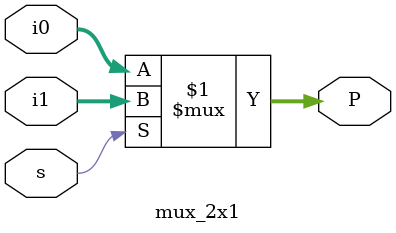
<source format=sv>
`timescale 1ns / 1ps

module mux_2x1 #(parameter N = 3)(
        input logic [2**N-1:0]  i0, i1,
        input logic s,
        output logic [2**N-1:0] P
      
    );
    
    assign P = s ?i1:i0;
endmodule

</source>
